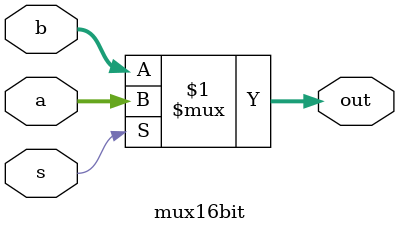
<source format=v>
module mux16bit (a, b, s, out);
input s;
input [15:0] a, b;
output [15:0] out;

assign out = s? a : b;
endmodule
</source>
